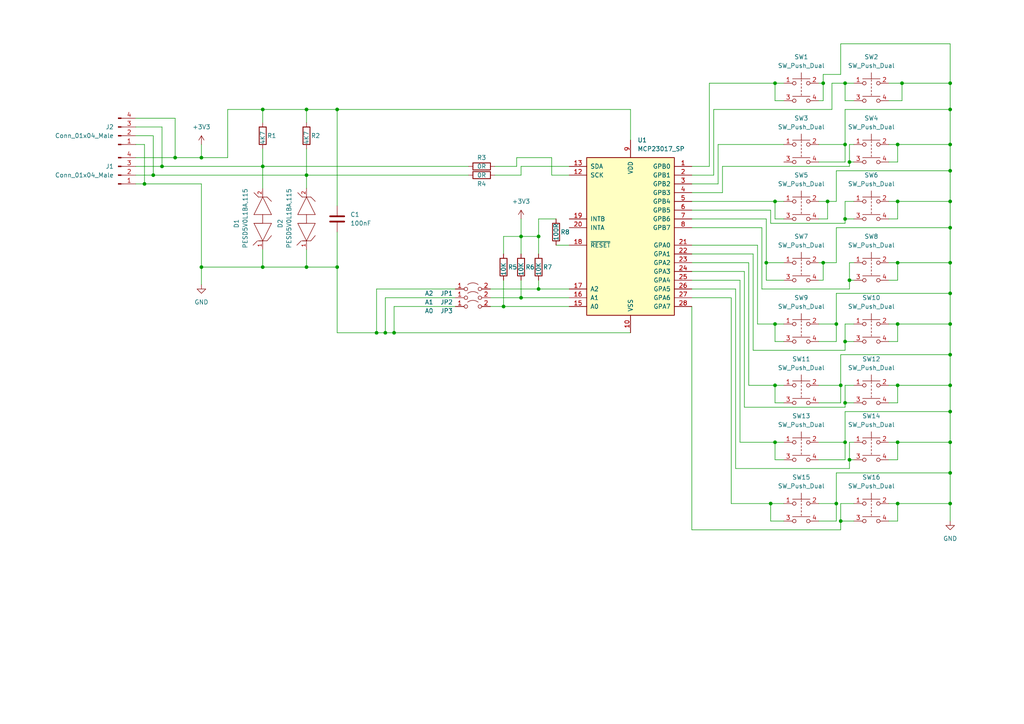
<source format=kicad_sch>
(kicad_sch (version 20211123) (generator eeschema)
  (paper "A4")
  (lib_symbols
    (symbol "Connector:Conn_01x04_Male" (pin_names (offset 1.016) hide)
      (property "Reference" "J" (at 0 5.08 0))
      (property "Value" "Conn_01x04_Male" (at 0 -7.62 0))
      (symbol "Conn_01x04_Male_1_1"
        (polyline (pts (xy 1.27 -5.08) (xy 0.8636 -5.08)) (stroke (width 0.1524)))
        (polyline (pts (xy 1.27 -2.54) (xy 0.8636 -2.54)) (stroke (width 0.1524)))
        (polyline (pts (xy 1.27 0) (xy 0.8636 0)) (stroke (width 0.1524)))
        (polyline (pts (xy 1.27 2.54) (xy 0.8636 2.54)) (stroke (width 0.1524)))
        (rectangle (start 0.8636 -4.953) (end 0 -5.207) (stroke (width 0.1524)) (fill (type outline)))
        (rectangle (start 0.8636 -2.413) (end 0 -2.667) (stroke (width 0.1524)) (fill (type outline)))
        (rectangle (start 0.8636 0.127) (end 0 -0.127) (stroke (width 0.1524)) (fill (type outline)))
        (rectangle (start 0.8636 2.667) (end 0 2.413) (stroke (width 0.1524)) (fill (type outline)))
        (pin passive line (at 5.08 2.54 180) (length 3.81) (name "Pin_1") (number "1"))
        (pin passive line (at 5.08 0 180) (length 3.81) (name "Pin_2") (number "2"))
        (pin passive line (at 5.08 -2.54 180) (length 3.81) (name "Pin_3") (number "3"))
        (pin passive line (at 5.08 -5.08 180) (length 3.81) (name "Pin_4") (number "4"))
      )
    )
    (symbol "Device:C" (pin_numbers hide) (pin_names (offset 0.254))
      (property "Reference" "C" (at 0.635 2.54 0))
      (property "Value" "C" (at 0.635 -2.54 0))
      (symbol "C_0_1"
        (polyline (pts (xy -2.032 -0.762) (xy 2.032 -0.762)) (stroke (width 0.508)))
        (polyline (pts (xy -2.032 0.762) (xy 2.032 0.762)) (stroke (width 0.508)))
      )
      (symbol "C_1_1"
        (pin passive line (at 0 3.81 270) (length 2.794) (name "~") (number "1"))
        (pin passive line (at 0 -3.81 90) (length 2.794) (name "~") (number "2"))
      )
    )
    (symbol "Device:R" (pin_numbers hide) (pin_names (offset 0))
      (property "Reference" "R" (at 2.032 0 90))
      (property "Value" "R" (at 0 0 90))
      (symbol "R_0_1"
        (rectangle (start -1.016 -2.54) (end 1.016 2.54) (stroke (width 0.254)))
      )
      (symbol "R_1_1"
        (pin passive line (at 0 3.81 270) (length 1.27) (name "~") (number "1"))
        (pin passive line (at 0 -3.81 90) (length 1.27) (name "~") (number "2"))
      )
    )
    (symbol "Interface_Expansion:MCP23017_SP" (pin_names (offset 1.016))
      (property "Reference" "U" (at -11.43 24.13 0))
      (property "Value" "MCP23017_SP" (at 0 0 0))
      (symbol "MCP23017_SP_0_1"
        (rectangle (start -12.7 22.86) (end 12.7 -22.86) (stroke (width 0.254)) (fill (type background)))
      )
      (symbol "MCP23017_SP_1_1"
        (pin bidirectional line (at 17.78 20.32 180) (length 5.08) (name "GPB0") (number "1"))
        (pin power_in line (at 0 -27.94 90) (length 5.08) (name "VSS") (number "10"))
        (pin no_connect line (at -12.7 15.24 0) (length 5.08) hide (name "NC") (number "11"))
        (pin input line (at -17.78 17.78 0) (length 5.08) (name "SCK") (number "12"))
        (pin bidirectional line (at -17.78 20.32 0) (length 5.08) (name "SDA") (number "13"))
        (pin no_connect line (at -12.7 12.7 0) (length 5.08) hide (name "NC") (number "14"))
        (pin input line (at -17.78 -20.32 0) (length 5.08) (name "A0") (number "15"))
        (pin input line (at -17.78 -17.78 0) (length 5.08) (name "A1") (number "16"))
        (pin input line (at -17.78 -15.24 0) (length 5.08) (name "A2") (number "17"))
        (pin input line (at -17.78 -2.54 0) (length 5.08) (name "~{RESET}") (number "18"))
        (pin tri_state line (at -17.78 5.08 0) (length 5.08) (name "INTB") (number "19"))
        (pin bidirectional line (at 17.78 17.78 180) (length 5.08) (name "GPB1") (number "2"))
        (pin tri_state line (at -17.78 2.54 0) (length 5.08) (name "INTA") (number "20"))
        (pin bidirectional line (at 17.78 -2.54 180) (length 5.08) (name "GPA0") (number "21"))
        (pin bidirectional line (at 17.78 -5.08 180) (length 5.08) (name "GPA1") (number "22"))
        (pin bidirectional line (at 17.78 -7.62 180) (length 5.08) (name "GPA2") (number "23"))
        (pin bidirectional line (at 17.78 -10.16 180) (length 5.08) (name "GPA3") (number "24"))
        (pin bidirectional line (at 17.78 -12.7 180) (length 5.08) (name "GPA4") (number "25"))
        (pin bidirectional line (at 17.78 -15.24 180) (length 5.08) (name "GPA5") (number "26"))
        (pin bidirectional line (at 17.78 -17.78 180) (length 5.08) (name "GPA6") (number "27"))
        (pin bidirectional line (at 17.78 -20.32 180) (length 5.08) (name "GPA7") (number "28"))
        (pin bidirectional line (at 17.78 15.24 180) (length 5.08) (name "GPB2") (number "3"))
        (pin bidirectional line (at 17.78 12.7 180) (length 5.08) (name "GPB3") (number "4"))
        (pin bidirectional line (at 17.78 10.16 180) (length 5.08) (name "GPB4") (number "5"))
        (pin bidirectional line (at 17.78 7.62 180) (length 5.08) (name "GPB5") (number "6"))
        (pin bidirectional line (at 17.78 5.08 180) (length 5.08) (name "GPB6") (number "7"))
        (pin bidirectional line (at 17.78 2.54 180) (length 5.08) (name "GPB7") (number "8"))
        (pin power_in line (at 0 27.94 270) (length 5.08) (name "VDD") (number "9"))
      )
    )
    (symbol "Jumper:Jumper_2_Open" (pin_names (offset 0) hide)
      (property "Reference" "JP" (at 0 2.794 0))
      (property "Value" "Jumper_2_Open" (at 0 -2.286 0))
      (symbol "Jumper_2_Open_0_0"
        (circle (center -2.032 0) (radius 0.508))
        (circle (center 2.032 0) (radius 0.508))
      )
      (symbol "Jumper_2_Open_0_1"
        (arc (start 1.524 1.27) (mid 0 1.778) (end -1.524 1.27))
      )
      (symbol "Jumper_2_Open_1_1"
        (pin passive line (at -5.08 0 0) (length 2.54) (name "A") (number "1"))
        (pin passive line (at 5.08 0 180) (length 2.54) (name "B") (number "2"))
      )
    )
    (symbol "Power_Protection_User:PESD5V0L1BA,115" (pin_names (offset 1.016))
      (property "Reference" "D" (at 0 7.62 0))
      (property "Value" "PESD5V0L1BA,115" (at 0 10.16 0))
      (symbol "PESD5V0L1BA,115_1_1"
        (polyline (pts (xy 5.08 -1.27) (xy 5.08 -1.27)))
        (polyline (pts (xy 5.08 -1.27) (xy 6.604 -2.54)))
        (polyline (pts (xy 5.08 0) (xy 5.08 1.27)))
        (polyline (pts (xy 5.08 0) (xy 10.16 2.54)))
        (polyline (pts (xy 5.08 1.27) (xy 5.08 -1.27)))
        (polyline (pts (xy 5.08 1.524) (xy 3.81 2.794)))
        (polyline (pts (xy 10.16 -2.54) (xy 5.08 0)))
        (polyline (pts (xy 10.16 0) (xy 10.16 2.54)))
        (polyline (pts (xy 10.16 2.54) (xy 10.16 -2.54)))
        (polyline (pts (xy 12.7 -2.54) (xy 17.78 0)))
        (polyline (pts (xy 12.7 0) (xy 10.16 0)))
        (polyline (pts (xy 12.7 2.54) (xy 12.7 -2.54)))
        (polyline (pts (xy 12.7 2.54) (xy 17.78 0)))
        (polyline (pts (xy 17.78 -1.27) (xy 16.51 -2.54)))
        (polyline (pts (xy 17.78 1.27) (xy 17.78 -1.27)))
        (polyline (pts (xy 17.78 1.27) (xy 19.05 2.54)))
        (pin passive line (at 2.54 0 0) (length 2.54) (name "1") (number "1"))
        (pin passive line (at 20.32 0 180) (length 2.54) (name "2") (number "2"))
      )
    )
    (symbol "Switch:SW_Push_Dual" (pin_names (offset 1.016) hide)
      (property "Reference" "SW" (at 1.27 2.54 0))
      (property "Value" "SW_Push_Dual" (at 0 -6.858 0))
      (symbol "SW_Push_Dual_0_1"
        (circle (center -2.032 -5.08) (radius 0.508))
        (circle (center -2.032 0) (radius 0.508))
        (polyline (pts (xy 0 -3.048) (xy 0 -3.556)))
        (polyline (pts (xy 0 -2.032) (xy 0 -2.54)))
        (polyline (pts (xy 0 -1.524) (xy 0 -1.016)))
        (polyline (pts (xy 0 -0.508) (xy 0 0)))
        (polyline (pts (xy 0 0.508) (xy 0 1.016)))
        (polyline (pts (xy 0 1.27) (xy 0 3.048)))
        (polyline (pts (xy 2.54 -3.81) (xy -2.54 -3.81)))
        (polyline (pts (xy 2.54 1.27) (xy -2.54 1.27)))
        (circle (center 2.032 -5.08) (radius 0.508))
        (circle (center 2.032 0) (radius 0.508))
        (pin passive line (at -5.08 0 0) (length 2.54) (name "1") (number "1"))
        (pin passive line (at 5.08 0 180) (length 2.54) (name "2") (number "2"))
        (pin passive line (at -5.08 -5.08 0) (length 2.54) (name "3") (number "3"))
        (pin passive line (at 5.08 -5.08 180) (length 2.54) (name "4") (number "4"))
      )
    )
    (symbol "power:+3V3" (power) (pin_names (offset 0))
      (property "Value" "+3V3" (at 0 3.556 0))
      (symbol "+3V3_0_1"
        (polyline (pts (xy -0.762 1.27) (xy 0 2.54)))
        (polyline (pts (xy 0 0) (xy 0 2.54)))
        (polyline (pts (xy 0 2.54) (xy 0.762 1.27)))
      )
      (symbol "+3V3_1_1"
        (pin power_in line (at 0 0 90) (length 0) hide (name "+3V3") (number "1"))
      )
    )
    (symbol "power:GND" (power) (pin_names (offset 0))
      (property "Value" "GND" (at 0 -3.81 0))
      (symbol "GND_0_1"
        (polyline (pts (xy 0 0) (xy 0 -1.27) (xy 1.27 -1.27) (xy 0 -2.54) (xy -1.27 -1.27) (xy 0 -1.27)))
      )
      (symbol "GND_1_1"
        (pin power_in line (at 0 0 270) (length 0) hide (name "GND") (number "1"))
      )
    )
  )
  (junction (at 76.2 77.47))
  (junction (at 97.79 31.75))
  (junction (at 275.59 137.16))
  (junction (at 275.59 49.53))
  (junction (at 223.52 146.05))
  (junction (at 76.2 31.75))
  (junction (at 275.59 102.87))
  (junction (at 245.11 128.27))
  (junction (at 245.11 24.13))
  (junction (at 224.79 128.27))
  (junction (at 275.59 146.05))
  (junction (at 246.38 81.28))
  (junction (at 109.22 96.52))
  (junction (at 88.9 77.47))
  (junction (at 88.9 50.8))
  (junction (at 275.59 85.09))
  (junction (at 224.79 58.42))
  (junction (at 275.59 41.91))
  (junction (at 260.35 58.42))
  (junction (at 275.59 58.42))
  (junction (at 260.35 146.05))
  (junction (at 146.05 88.9))
  (junction (at 44.45 50.8))
  (junction (at 224.79 111.76))
  (junction (at 58.42 45.72))
  (junction (at 245.11 116.84))
  (junction (at 46.99 48.26))
  (junction (at 275.59 24.13))
  (junction (at 260.35 76.2))
  (junction (at 41.91 53.34))
  (junction (at 275.59 119.38))
  (junction (at 260.35 128.27))
  (junction (at 224.79 93.98))
  (junction (at 245.11 63.5))
  (junction (at 97.79 77.47))
  (junction (at 275.59 66.04))
  (junction (at 240.03 58.42))
  (junction (at 242.57 93.98))
  (junction (at 260.35 93.98))
  (junction (at 275.59 93.98))
  (junction (at 114.3 96.52))
  (junction (at 238.76 76.2))
  (junction (at 88.9 31.75))
  (junction (at 275.59 31.75))
  (junction (at 76.2 48.26))
  (junction (at 245.11 99.06))
  (junction (at 156.21 68.58))
  (junction (at 243.84 111.76))
  (junction (at 275.59 111.76))
  (junction (at 156.21 83.82))
  (junction (at 260.35 41.91))
  (junction (at 245.11 41.91))
  (junction (at 246.38 46.99))
  (junction (at 58.42 77.47))
  (junction (at 242.57 146.05))
  (junction (at 243.84 151.13))
  (junction (at 275.59 76.2))
  (junction (at 50.8 45.72))
  (junction (at 222.25 76.2))
  (junction (at 275.59 128.27))
  (junction (at 111.76 96.52))
  (junction (at 260.35 111.76))
  (junction (at 151.13 68.58))
  (junction (at 224.79 24.13))
  (junction (at 238.76 24.13))
  (junction (at 261.62 24.13))
  (junction (at 246.38 133.35))
  (junction (at 151.13 86.36))
  (wire (pts (xy 275.59 146.05) (xy 275.59 151.13)))
  (wire (pts (xy 237.49 128.27) (xy 245.11 128.27)))
  (wire (pts (xy 238.76 24.13) (xy 238.76 21.59)))
  (wire (pts (xy 222.25 81.28) (xy 222.25 76.2)))
  (wire (pts (xy 149.86 45.72) (xy 160.02 45.72)))
  (wire (pts (xy 76.2 35.56) (xy 76.2 31.75)))
  (wire (pts (xy 114.3 88.9) (xy 114.3 96.52)))
  (wire (pts (xy 146.05 68.58) (xy 151.13 68.58)))
  (wire (pts (xy 132.08 88.9) (xy 114.3 88.9)))
  (wire (pts (xy 260.35 111.76) (xy 275.59 111.76)))
  (wire (pts (xy 165.1 83.82) (xy 156.21 83.82)))
  (wire (pts (xy 58.42 77.47) (xy 58.42 82.55)))
  (wire (pts (xy 142.24 86.36) (xy 151.13 86.36)))
  (wire (pts (xy 260.35 46.99) (xy 260.35 41.91)))
  (wire (pts (xy 237.49 99.06) (xy 242.57 99.06)))
  (wire (pts (xy 227.33 146.05) (xy 223.52 146.05)))
  (wire (pts (xy 245.11 99.06) (xy 247.65 99.06)))
  (wire (pts (xy 182.88 96.52) (xy 114.3 96.52)))
  (wire (pts (xy 58.42 77.47) (xy 76.2 77.47)))
  (wire (pts (xy 242.57 58.42) (xy 242.57 49.53)))
  (wire (pts (xy 114.3 96.52) (xy 111.76 96.52)))
  (wire (pts (xy 66.04 45.72) (xy 58.42 45.72)))
  (wire (pts (xy 257.81 93.98) (xy 260.35 93.98)))
  (wire (pts (xy 227.33 151.13) (xy 223.52 151.13)))
  (wire (pts (xy 146.05 88.9) (xy 146.05 81.28)))
  (wire (pts (xy 275.59 111.76) (xy 275.59 119.38)))
  (wire (pts (xy 227.33 99.06) (xy 224.79 99.06)))
  (wire (pts (xy 245.11 63.5) (xy 247.65 63.5)))
  (wire (pts (xy 245.11 128.27) (xy 245.11 119.38)))
  (wire (pts (xy 227.33 128.27) (xy 224.79 128.27)))
  (wire (pts (xy 200.66 48.26) (xy 205.74 48.26)))
  (wire (pts (xy 260.35 116.84) (xy 260.35 111.76)))
  (wire (pts (xy 237.49 76.2) (xy 238.76 76.2)))
  (wire (pts (xy 260.35 99.06) (xy 260.35 93.98)))
  (wire (pts (xy 237.49 41.91) (xy 245.11 41.91)))
  (wire (pts (xy 142.24 83.82) (xy 156.21 83.82)))
  (wire (pts (xy 240.03 58.42) (xy 242.57 58.42)))
  (wire (pts (xy 213.36 83.82) (xy 213.36 135.89)))
  (wire (pts (xy 143.51 48.26) (xy 149.86 48.26)))
  (wire (pts (xy 237.49 29.21) (xy 238.76 29.21)))
  (wire (pts (xy 223.52 146.05) (xy 212.09 146.05)))
  (wire (pts (xy 76.2 48.26) (xy 76.2 54.61)))
  (wire (pts (xy 247.65 29.21) (xy 245.11 29.21)))
  (wire (pts (xy 218.44 73.66) (xy 218.44 101.6)))
  (wire (pts (xy 242.57 49.53) (xy 275.59 49.53)))
  (wire (pts (xy 97.79 67.31) (xy 97.79 77.47)))
  (wire (pts (xy 76.2 43.18) (xy 76.2 48.26)))
  (wire (pts (xy 39.37 48.26) (xy 46.99 48.26)))
  (wire (pts (xy 200.66 71.12) (xy 219.71 71.12)))
  (wire (pts (xy 44.45 39.37) (xy 44.45 50.8)))
  (wire (pts (xy 242.57 93.98) (xy 242.57 85.09)))
  (wire (pts (xy 257.81 151.13) (xy 260.35 151.13)))
  (wire (pts (xy 243.84 12.7) (xy 275.59 12.7)))
  (wire (pts (xy 260.35 133.35) (xy 260.35 128.27)))
  (wire (pts (xy 245.11 101.6) (xy 245.11 99.06)))
  (wire (pts (xy 243.84 111.76) (xy 243.84 102.87)))
  (wire (pts (xy 275.59 58.42) (xy 275.59 66.04)))
  (wire (pts (xy 247.65 93.98) (xy 245.11 93.98)))
  (wire (pts (xy 111.76 96.52) (xy 109.22 96.52)))
  (wire (pts (xy 275.59 66.04) (xy 275.59 76.2)))
  (wire (pts (xy 76.2 31.75) (xy 66.04 31.75)))
  (wire (pts (xy 88.9 31.75) (xy 76.2 31.75)))
  (wire (pts (xy 97.79 96.52) (xy 97.79 77.47)))
  (wire (pts (xy 217.17 76.2) (xy 217.17 111.76)))
  (wire (pts (xy 245.11 31.75) (xy 275.59 31.75)))
  (wire (pts (xy 151.13 68.58) (xy 151.13 73.66)))
  (wire (pts (xy 200.66 78.74) (xy 215.9 78.74)))
  (wire (pts (xy 242.57 85.09) (xy 275.59 85.09)))
  (wire (pts (xy 261.62 24.13) (xy 275.59 24.13)))
  (wire (pts (xy 243.84 146.05) (xy 243.84 151.13)))
  (wire (pts (xy 246.38 48.26) (xy 246.38 46.99)))
  (wire (pts (xy 50.8 45.72) (xy 58.42 45.72)))
  (wire (pts (xy 260.35 146.05) (xy 275.59 146.05)))
  (wire (pts (xy 242.57 137.16) (xy 275.59 137.16)))
  (wire (pts (xy 260.35 41.91) (xy 275.59 41.91)))
  (wire (pts (xy 238.76 81.28) (xy 238.76 76.2)))
  (wire (pts (xy 275.59 24.13) (xy 275.59 31.75)))
  (wire (pts (xy 275.59 76.2) (xy 275.59 85.09)))
  (wire (pts (xy 245.11 63.5) (xy 245.11 58.42)))
  (wire (pts (xy 241.3 31.75) (xy 207.01 31.75)))
  (wire (pts (xy 245.11 41.91) (xy 245.11 31.75)))
  (wire (pts (xy 151.13 68.58) (xy 156.21 68.58)))
  (wire (pts (xy 217.17 111.76) (xy 224.79 111.76)))
  (wire (pts (xy 237.49 81.28) (xy 238.76 81.28)))
  (wire (pts (xy 46.99 48.26) (xy 76.2 48.26)))
  (wire (pts (xy 215.9 78.74) (xy 215.9 118.11)))
  (wire (pts (xy 223.52 60.96) (xy 223.52 64.77)))
  (wire (pts (xy 245.11 116.84) (xy 247.65 116.84)))
  (wire (pts (xy 245.11 58.42) (xy 247.65 58.42)))
  (wire (pts (xy 219.71 93.98) (xy 224.79 93.98)))
  (wire (pts (xy 227.33 41.91) (xy 208.28 41.91)))
  (wire (pts (xy 237.49 133.35) (xy 245.11 133.35)))
  (wire (pts (xy 238.76 76.2) (xy 242.57 76.2)))
  (wire (pts (xy 246.38 135.89) (xy 246.38 133.35)))
  (wire (pts (xy 257.81 76.2) (xy 260.35 76.2)))
  (wire (pts (xy 200.66 60.96) (xy 223.52 60.96)))
  (wire (pts (xy 237.49 58.42) (xy 240.03 58.42)))
  (wire (pts (xy 151.13 63.5) (xy 151.13 68.58)))
  (wire (pts (xy 257.81 116.84) (xy 260.35 116.84)))
  (wire (pts (xy 237.49 46.99) (xy 245.11 46.99)))
  (wire (pts (xy 46.99 36.83) (xy 46.99 48.26)))
  (wire (pts (xy 132.08 86.36) (xy 111.76 86.36)))
  (wire (pts (xy 247.65 24.13) (xy 245.11 24.13)))
  (wire (pts (xy 212.09 146.05) (xy 212.09 86.36)))
  (wire (pts (xy 215.9 118.11) (xy 245.11 118.11)))
  (wire (pts (xy 224.79 133.35) (xy 224.79 128.27)))
  (wire (pts (xy 200.66 58.42) (xy 224.79 58.42)))
  (wire (pts (xy 149.86 48.26) (xy 149.86 45.72)))
  (wire (pts (xy 275.59 31.75) (xy 275.59 41.91)))
  (wire (pts (xy 245.11 119.38) (xy 275.59 119.38)))
  (wire (pts (xy 257.81 58.42) (xy 260.35 58.42)))
  (wire (pts (xy 200.66 73.66) (xy 218.44 73.66)))
  (wire (pts (xy 227.33 63.5) (xy 224.79 63.5)))
  (wire (pts (xy 257.81 146.05) (xy 260.35 146.05)))
  (wire (pts (xy 109.22 96.52) (xy 97.79 96.52)))
  (wire (pts (xy 245.11 111.76) (xy 245.11 116.84)))
  (wire (pts (xy 245.11 64.77) (xy 245.11 63.5)))
  (wire (pts (xy 246.38 46.99) (xy 247.65 46.99)))
  (wire (pts (xy 39.37 41.91) (xy 41.91 41.91)))
  (wire (pts (xy 224.79 111.76) (xy 227.33 111.76)))
  (wire (pts (xy 242.57 76.2) (xy 242.57 66.04)))
  (wire (pts (xy 257.81 133.35) (xy 260.35 133.35)))
  (wire (pts (xy 161.29 63.5) (xy 156.21 63.5)))
  (wire (pts (xy 50.8 34.29) (xy 50.8 45.72)))
  (wire (pts (xy 224.79 29.21) (xy 224.79 24.13)))
  (wire (pts (xy 257.81 99.06) (xy 260.35 99.06)))
  (wire (pts (xy 237.49 116.84) (xy 243.84 116.84)))
  (wire (pts (xy 109.22 83.82) (xy 109.22 96.52)))
  (wire (pts (xy 213.36 135.89) (xy 246.38 135.89)))
  (wire (pts (xy 243.84 151.13) (xy 247.65 151.13)))
  (wire (pts (xy 260.35 81.28) (xy 260.35 76.2)))
  (wire (pts (xy 275.59 119.38) (xy 275.59 128.27)))
  (wire (pts (xy 39.37 53.34) (xy 41.91 53.34)))
  (wire (pts (xy 224.79 93.98) (xy 227.33 93.98)))
  (wire (pts (xy 214.63 81.28) (xy 200.66 81.28)))
  (wire (pts (xy 200.66 153.67) (xy 243.84 153.67)))
  (wire (pts (xy 247.65 111.76) (xy 245.11 111.76)))
  (wire (pts (xy 260.35 63.5) (xy 260.35 58.42)))
  (wire (pts (xy 219.71 71.12) (xy 219.71 93.98)))
  (wire (pts (xy 245.11 118.11) (xy 245.11 116.84)))
  (wire (pts (xy 222.25 76.2) (xy 227.33 76.2)))
  (wire (pts (xy 275.59 12.7) (xy 275.59 24.13)))
  (wire (pts (xy 227.33 29.21) (xy 224.79 29.21)))
  (wire (pts (xy 246.38 81.28) (xy 247.65 81.28)))
  (wire (pts (xy 209.55 48.26) (xy 246.38 48.26)))
  (wire (pts (xy 205.74 48.26) (xy 205.74 24.13)))
  (wire (pts (xy 275.59 128.27) (xy 275.59 137.16)))
  (wire (pts (xy 275.59 102.87) (xy 275.59 111.76)))
  (wire (pts (xy 76.2 72.39) (xy 76.2 77.47)))
  (wire (pts (xy 88.9 43.18) (xy 88.9 50.8)))
  (wire (pts (xy 237.49 93.98) (xy 242.57 93.98)))
  (wire (pts (xy 200.66 76.2) (xy 217.17 76.2)))
  (wire (pts (xy 260.35 93.98) (xy 275.59 93.98)))
  (wire (pts (xy 97.79 31.75) (xy 88.9 31.75)))
  (wire (pts (xy 156.21 63.5) (xy 156.21 68.58)))
  (wire (pts (xy 238.76 21.59) (xy 243.84 21.59)))
  (wire (pts (xy 245.11 46.99) (xy 245.11 41.91)))
  (wire (pts (xy 257.81 29.21) (xy 261.62 29.21)))
  (wire (pts (xy 41.91 41.91) (xy 41.91 53.34)))
  (wire (pts (xy 182.88 31.75) (xy 97.79 31.75)))
  (wire (pts (xy 227.33 116.84) (xy 224.79 116.84)))
  (wire (pts (xy 257.81 24.13) (xy 261.62 24.13)))
  (wire (pts (xy 160.02 45.72) (xy 160.02 50.8)))
  (wire (pts (xy 261.62 29.21) (xy 261.62 24.13)))
  (wire (pts (xy 146.05 73.66) (xy 146.05 68.58)))
  (wire (pts (xy 88.9 35.56) (xy 88.9 31.75)))
  (wire (pts (xy 223.52 64.77) (xy 245.11 64.77)))
  (wire (pts (xy 242.57 66.04) (xy 275.59 66.04)))
  (wire (pts (xy 242.57 151.13) (xy 242.57 146.05)))
  (wire (pts (xy 156.21 83.82) (xy 156.21 81.28)))
  (wire (pts (xy 161.29 71.12) (xy 165.1 71.12)))
  (wire (pts (xy 156.21 68.58) (xy 156.21 73.66)))
  (wire (pts (xy 160.02 50.8) (xy 165.1 50.8)))
  (wire (pts (xy 212.09 86.36) (xy 200.66 86.36)))
  (wire (pts (xy 238.76 29.21) (xy 238.76 24.13)))
  (wire (pts (xy 88.9 50.8) (xy 88.9 54.61)))
  (wire (pts (xy 247.65 146.05) (xy 243.84 146.05)))
  (wire (pts (xy 200.66 55.88) (xy 209.55 55.88)))
  (wire (pts (xy 224.79 116.84) (xy 224.79 111.76)))
  (wire (pts (xy 214.63 128.27) (xy 214.63 81.28)))
  (wire (pts (xy 224.79 58.42) (xy 227.33 58.42)))
  (wire (pts (xy 165.1 88.9) (xy 146.05 88.9)))
  (wire (pts (xy 237.49 146.05) (xy 242.57 146.05)))
  (wire (pts (xy 257.81 46.99) (xy 260.35 46.99)))
  (wire (pts (xy 243.84 153.67) (xy 243.84 151.13)))
  (wire (pts (xy 76.2 48.26) (xy 135.89 48.26)))
  (wire (pts (xy 205.74 24.13) (xy 224.79 24.13)))
  (wire (pts (xy 151.13 50.8) (xy 151.13 48.26)))
  (wire (pts (xy 238.76 24.13) (xy 237.49 24.13)))
  (wire (pts (xy 237.49 111.76) (xy 243.84 111.76)))
  (wire (pts (xy 243.84 102.87) (xy 275.59 102.87)))
  (wire (pts (xy 275.59 93.98) (xy 275.59 102.87)))
  (wire (pts (xy 227.33 81.28) (xy 222.25 81.28)))
  (wire (pts (xy 247.65 128.27) (xy 246.38 128.27)))
  (wire (pts (xy 220.98 83.82) (xy 246.38 83.82)))
  (wire (pts (xy 224.79 128.27) (xy 214.63 128.27)))
  (wire (pts (xy 165.1 86.36) (xy 151.13 86.36)))
  (wire (pts (xy 243.84 21.59) (xy 243.84 12.7)))
  (wire (pts (xy 257.81 81.28) (xy 260.35 81.28)))
  (wire (pts (xy 275.59 85.09) (xy 275.59 93.98)))
  (wire (pts (xy 39.37 36.83) (xy 46.99 36.83)))
  (wire (pts (xy 200.66 83.82) (xy 213.36 83.82)))
  (wire (pts (xy 260.35 128.27) (xy 275.59 128.27)))
  (wire (pts (xy 151.13 48.26) (xy 165.1 48.26)))
  (wire (pts (xy 242.57 99.06) (xy 242.57 93.98)))
  (wire (pts (xy 246.38 133.35) (xy 247.65 133.35)))
  (wire (pts (xy 39.37 50.8) (xy 44.45 50.8)))
  (wire (pts (xy 88.9 72.39) (xy 88.9 77.47)))
  (wire (pts (xy 246.38 83.82) (xy 246.38 81.28)))
  (wire (pts (xy 245.11 93.98) (xy 245.11 99.06)))
  (wire (pts (xy 246.38 41.91) (xy 247.65 41.91)))
  (wire (pts (xy 143.51 50.8) (xy 151.13 50.8)))
  (wire (pts (xy 245.11 133.35) (xy 245.11 128.27)))
  (wire (pts (xy 246.38 128.27) (xy 246.38 133.35)))
  (wire (pts (xy 207.01 50.8) (xy 200.66 50.8)))
  (wire (pts (xy 208.28 41.91) (xy 208.28 53.34)))
  (wire (pts (xy 224.79 63.5) (xy 224.79 58.42)))
  (wire (pts (xy 237.49 151.13) (xy 242.57 151.13)))
  (wire (pts (xy 275.59 49.53) (xy 275.59 58.42)))
  (wire (pts (xy 243.84 116.84) (xy 243.84 111.76)))
  (wire (pts (xy 88.9 50.8) (xy 135.89 50.8)))
  (wire (pts (xy 275.59 41.91) (xy 275.59 49.53)))
  (wire (pts (xy 151.13 86.36) (xy 151.13 81.28)))
  (wire (pts (xy 97.79 31.75) (xy 97.79 59.69)))
  (wire (pts (xy 209.55 55.88) (xy 209.55 48.26)))
  (wire (pts (xy 44.45 50.8) (xy 88.9 50.8)))
  (wire (pts (xy 227.33 133.35) (xy 224.79 133.35)))
  (wire (pts (xy 200.66 88.9) (xy 200.66 153.67)))
  (wire (pts (xy 247.65 76.2) (xy 246.38 76.2)))
  (wire (pts (xy 200.66 63.5) (xy 222.25 63.5)))
  (wire (pts (xy 182.88 40.64) (xy 182.88 31.75)))
  (wire (pts (xy 257.81 111.76) (xy 260.35 111.76)))
  (wire (pts (xy 218.44 101.6) (xy 245.11 101.6)))
  (wire (pts (xy 97.79 77.47) (xy 88.9 77.47)))
  (wire (pts (xy 260.35 76.2) (xy 275.59 76.2)))
  (wire (pts (xy 237.49 63.5) (xy 240.03 63.5)))
  (wire (pts (xy 275.59 137.16) (xy 275.59 146.05)))
  (wire (pts (xy 257.81 128.27) (xy 260.35 128.27)))
  (wire (pts (xy 58.42 45.72) (xy 58.42 41.91)))
  (wire (pts (xy 200.66 66.04) (xy 220.98 66.04)))
  (wire (pts (xy 242.57 146.05) (xy 242.57 137.16)))
  (wire (pts (xy 246.38 76.2) (xy 246.38 81.28)))
  (wire (pts (xy 88.9 77.47) (xy 76.2 77.47)))
  (wire (pts (xy 39.37 45.72) (xy 50.8 45.72)))
  (wire (pts (xy 208.28 53.34) (xy 200.66 53.34)))
  (wire (pts (xy 245.11 24.13) (xy 245.11 29.21)))
  (wire (pts (xy 39.37 39.37) (xy 44.45 39.37)))
  (wire (pts (xy 224.79 99.06) (xy 224.79 93.98)))
  (wire (pts (xy 222.25 63.5) (xy 222.25 76.2)))
  (wire (pts (xy 241.3 24.13) (xy 241.3 31.75)))
  (wire (pts (xy 224.79 24.13) (xy 227.33 24.13)))
  (wire (pts (xy 257.81 41.91) (xy 260.35 41.91)))
  (wire (pts (xy 257.81 63.5) (xy 260.35 63.5)))
  (wire (pts (xy 41.91 53.34) (xy 58.42 53.34)))
  (wire (pts (xy 66.04 31.75) (xy 66.04 45.72)))
  (wire (pts (xy 142.24 88.9) (xy 146.05 88.9)))
  (wire (pts (xy 132.08 83.82) (xy 109.22 83.82)))
  (wire (pts (xy 111.76 86.36) (xy 111.76 96.52)))
  (wire (pts (xy 58.42 53.34) (xy 58.42 77.47)))
  (wire (pts (xy 245.11 24.13) (xy 241.3 24.13)))
  (wire (pts (xy 207.01 31.75) (xy 207.01 50.8)))
  (wire (pts (xy 240.03 63.5) (xy 240.03 58.42)))
  (wire (pts (xy 39.37 34.29) (xy 50.8 34.29)))
  (wire (pts (xy 246.38 46.99) (xy 246.38 41.91)))
  (wire (pts (xy 220.98 66.04) (xy 220.98 83.82)))
  (wire (pts (xy 260.35 151.13) (xy 260.35 146.05)))
  (wire (pts (xy 223.52 151.13) (xy 223.52 146.05)))
  (wire (pts (xy 260.35 58.42) (xy 275.59 58.42)))
  (symbol (lib_id "Switch:SW_Push_Dual") (at 232.41 58.42 0) (unit 1)
    (property "Reference" "SW5" (at 232.41 50.8 0))
    (property "Value" "SW_Push_Dual" (at 232.41 53.34 0))
    (property "Footprint" "Button_Switch_THT:SW_PUSH-12mm" (effects hide))
  )
  (symbol (lib_id "power:GND") (at 275.59 151.13 0) (unit 1)
    (property "Reference" "#PWR04" (effects hide))
    (property "Value" "GND" (at 275.59 156.21 0))
  )
  (symbol (lib_id "Switch:SW_Push_Dual") (at 252.73 146.05 0) (unit 1)
    (property "Reference" "SW16" (at 252.73 138.43 0))
    (property "Value" "SW_Push_Dual" (at 252.73 140.97 0))
    (property "Footprint" "Button_Switch_THT:SW_PUSH-12mm" (effects hide))
  )
  (symbol (lib_id "Switch:SW_Push_Dual") (at 252.73 111.76 0) (unit 1)
    (property "Reference" "SW12" (at 252.73 104.14 0))
    (property "Value" "SW_Push_Dual" (at 252.73 106.68 0))
    (property "Footprint" "Button_Switch_THT:SW_PUSH-12mm" (effects hide))
  )
  (symbol (lib_id "Device:R") (at 76.2 39.37 0) (unit 1)
    (property "Reference" "R1" (at 77.47 39.37 0) (effects (justify left)))
    (property "Value" "4K7" (at 76.2 41.91 90) (effects (justify left)))
    (property "Footprint" "Resistor_SMD:R_0805_2012Metric_Pad1.20x1.40mm_HandSolder" (effects hide))
  )
  (symbol (lib_id "Device:R") (at 139.7 48.26 270) (unit 1)
    (property "Reference" "R3" (at 139.7 45.72 90))
    (property "Value" "0R" (at 139.7 48.26 90))
    (property "Footprint" "Resistor_SMD:R_0805_2012Metric_Pad1.20x1.40mm_HandSolder" (effects hide))
  )
  (symbol (lib_id "Switch:SW_Push_Dual") (at 252.73 128.27 0) (unit 1)
    (property "Reference" "SW14" (at 252.73 120.65 0))
    (property "Value" "SW_Push_Dual" (at 252.73 123.19 0))
    (property "Footprint" "Button_Switch_THT:SW_PUSH-12mm" (effects hide))
  )
  (symbol (lib_id "Device:R") (at 161.29 67.31 0) (unit 1)
    (property "Reference" "R8" (at 162.56 67.31 0) (effects (justify left)))
    (property "Value" "100R" (at 161.29 69.85 90) (effects (justify left)))
    (property "Footprint" "Resistor_SMD:R_0805_2012Metric_Pad1.20x1.40mm_HandSolder" (effects hide))
  )
  (symbol (lib_id "Jumper:Jumper_2_Open") (at 137.16 83.82 0) (unit 1)
    (property "Reference" "JP1" (at 129.54 85.09 0))
    (property "Value" "A2" (at 124.46 85.09 0))
    (property "Footprint" "Jumper:SolderJumper-2_P1.3mm_Open_TrianglePad1.0x1.5mm" (effects hide))
  )
  (symbol (lib_id "Power_Protection_User:PESD5V0L1BA,115") (at 88.9 74.93 90) (unit 1)
    (property "Reference" "D2" (at 81.28 63.5 0) (effects (justify right)))
    (property "Value" "PESD5V0L1BA,115" (at 83.82 54.61 0) (effects (justify right)))
    (property "Footprint" "Power_Protection_User:Nexperia-SOD323-09_04_2018-0-0" (effects hide))
    (property "Datasheet" "https://assets.nexperia.com/documents/data-sheet/PESDXL1BA_SER.pdf" (effects hide))
    (property "ambient temperature range high" "+150°C" (effects hide))
    (property "ambient temperature range low" "-65°C" (effects hide))
    (property "breakdown voltage" "7.6V" (effects hide))
    (property "capacitance" "75pF" (effects hide))
    (property "category" "Diode" (effects hide))
    (property "clamping voltage" "33V" (effects hide))
    (property "device class L1" "Circuit Protection" (effects hide))
    (property "device class L2" "TVS Diodes" (effects hide))
    (property "device class L3" "unset" (effects hide))
    (property "digikey description" "TVS DIODE 5V 33V SOD323" (effects hide))
    (property "digikey part number" "1727-3833-1-ND" (effects hide))
    (property "direction" "Bidirectional" (effects hide))
    (property "footprint url" "https://assets.nexperia.com/documents/outline-drawing/SOD323.pdf" (effects hide))
    (property "height" "1.1mm" (effects hide))
    (property "lead free" "yes" (effects hide))
    (property "library id" "fe0a3283191a191f" (effects hide))
    (property "manufacturer" "Nexperia" (effects hide))
    (property "max junction temp" "+150°C" (effects hide))
    (property "mouser part number" "771-PESD5V0L1BA-T/R" (effects hide))
    (property "number of channels" "1" (effects hide))
    (property "package" "SOD323" (effects hide))
    (property "peak pulse current" "15A" (effects hide))
    (property "reverse standoff voltage" "5V" (effects hide))
    (property "rohs" "yes" (effects hide))
    (property "standoff height" "0.05mm" (effects hide))
  )
  (symbol (lib_id "Switch:SW_Push_Dual") (at 252.73 41.91 0) (unit 1)
    (property "Reference" "SW4" (at 252.73 34.29 0))
    (property "Value" "SW_Push_Dual" (at 252.73 36.83 0))
    (property "Footprint" "Button_Switch_THT:SW_PUSH-12mm" (effects hide))
  )
  (symbol (lib_id "Jumper:Jumper_2_Open") (at 137.16 88.9 0) (unit 1)
    (property "Reference" "JP3" (at 129.54 90.17 0))
    (property "Value" "A0" (at 124.46 90.17 0))
    (property "Footprint" "Jumper:SolderJumper-2_P1.3mm_Open_TrianglePad1.0x1.5mm" (effects hide))
  )
  (symbol (lib_id "Switch:SW_Push_Dual") (at 232.41 24.13 0) (unit 1)
    (property "Reference" "SW1" (at 232.41 16.51 0))
    (property "Value" "SW_Push_Dual" (at 232.41 19.05 0))
    (property "Footprint" "Button_Switch_THT:SW_PUSH-12mm" (effects hide))
  )
  (symbol (lib_id "Switch:SW_Push_Dual") (at 232.41 111.76 0) (unit 1)
    (property "Reference" "SW11" (at 232.41 104.14 0))
    (property "Value" "SW_Push_Dual" (at 232.41 106.68 0))
    (property "Footprint" "Button_Switch_THT:SW_PUSH-12mm" (effects hide))
  )
  (symbol (lib_id "power:+3V3") (at 58.42 41.91 0) (unit 1)
    (property "Reference" "#PWR01" (effects hide))
    (property "Value" "+3V3" (at 58.42 36.83 0))
  )
  (symbol (lib_id "Switch:SW_Push_Dual") (at 252.73 24.13 0) (unit 1)
    (property "Reference" "SW2" (at 252.73 16.51 0))
    (property "Value" "SW_Push_Dual" (at 252.73 19.05 0))
    (property "Footprint" "Button_Switch_THT:SW_PUSH-12mm" (effects hide))
  )
  (symbol (lib_id "Switch:SW_Push_Dual") (at 252.73 76.2 0) (unit 1)
    (property "Reference" "SW8" (at 252.73 68.58 0))
    (property "Value" "SW_Push_Dual" (at 252.73 71.12 0))
    (property "Footprint" "Button_Switch_THT:SW_PUSH-12mm" (effects hide))
  )
  (symbol (lib_id "Switch:SW_Push_Dual") (at 232.41 146.05 0) (unit 1)
    (property "Reference" "SW15" (at 232.41 138.43 0))
    (property "Value" "SW_Push_Dual" (at 232.41 140.97 0))
    (property "Footprint" "Button_Switch_THT:SW_PUSH-12mm" (effects hide))
  )
  (symbol (lib_id "Jumper:Jumper_2_Open") (at 137.16 86.36 0) (unit 1)
    (property "Reference" "JP2" (at 129.54 87.63 0))
    (property "Value" "A1" (at 124.46 87.63 0))
    (property "Footprint" "Jumper:SolderJumper-2_P1.3mm_Open_TrianglePad1.0x1.5mm" (effects hide))
  )
  (symbol (lib_id "Connector:Conn_01x04_Male") (at 34.29 50.8 0) (mirror x) (unit 1)
    (property "Reference" "J1" (at 33.02 48.2599 0) (effects (justify right)))
    (property "Value" "Conn_01x04_Male" (at 33.02 50.7999 0) (effects (justify right)))
    (property "Footprint" "Connector_JST:JST_XH_B4B-XH-A_1x04_P2.50mm_Vertical" (effects hide))
  )
  (symbol (lib_id "Device:R") (at 151.13 77.47 0) (unit 1)
    (property "Reference" "R6" (at 152.4 77.47 0) (effects (justify left)))
    (property "Value" "10K" (at 151.13 80.01 90) (effects (justify left)))
    (property "Footprint" "Resistor_SMD:R_0805_2012Metric_Pad1.20x1.40mm_HandSolder" (effects hide))
  )
  (symbol (lib_id "Switch:SW_Push_Dual") (at 232.41 93.98 0) (unit 1)
    (property "Reference" "SW9" (at 232.41 86.36 0))
    (property "Value" "SW_Push_Dual" (at 232.41 88.9 0))
    (property "Footprint" "Button_Switch_THT:SW_PUSH-12mm" (effects hide))
  )
  (symbol (lib_id "Switch:SW_Push_Dual") (at 232.41 41.91 0) (unit 1)
    (property "Reference" "SW3" (at 232.41 34.29 0))
    (property "Value" "SW_Push_Dual" (at 232.41 36.83 0))
    (property "Footprint" "Button_Switch_THT:SW_PUSH-12mm" (effects hide))
  )
  (symbol (lib_id "Device:R") (at 146.05 77.47 0) (unit 1)
    (property "Reference" "R5" (at 147.32 77.47 0) (effects (justify left)))
    (property "Value" "10K" (at 146.05 80.01 90) (effects (justify left)))
    (property "Footprint" "Resistor_SMD:R_0805_2012Metric_Pad1.20x1.40mm_HandSolder" (effects hide))
  )
  (symbol (lib_id "Switch:SW_Push_Dual") (at 232.41 128.27 0) (unit 1)
    (property "Reference" "SW13" (at 232.41 120.65 0))
    (property "Value" "SW_Push_Dual" (at 232.41 123.19 0))
    (property "Footprint" "Button_Switch_THT:SW_PUSH-12mm" (effects hide))
  )
  (symbol (lib_id "Interface_Expansion:MCP23017_SP") (at 182.88 68.58 0) (unit 1)
    (property "Reference" "U1" (at 184.8994 40.64 0) (effects (justify left)))
    (property "Value" "MCP23017_SP" (at 184.8994 43.18 0) (effects (justify left)))
    (property "Footprint" "Package_DIP:DIP-28_W7.62mm" (effects hide))
    (property "Datasheet" "http://ww1.microchip.com/downloads/en/DeviceDoc/20001952C.pdf" (effects hide))
  )
  (symbol (lib_id "Device:C") (at 97.79 63.5 0) (unit 1)
    (property "Reference" "C1" (at 101.6 62.2299 0) (effects (justify left)))
    (property "Value" "100nF" (at 101.6 64.7699 0) (effects (justify left)))
    (property "Footprint" "Capacitor_SMD:C_0805_2012Metric_Pad1.18x1.45mm_HandSolder" (effects hide))
  )
  (symbol (lib_id "power:+3V3") (at 151.13 63.5 0) (unit 1)
    (property "Reference" "#PWR03" (effects hide))
    (property "Value" "+3V3" (at 151.13 58.42 0))
  )
  (symbol (lib_id "Switch:SW_Push_Dual") (at 252.73 58.42 0) (unit 1)
    (property "Reference" "SW6" (at 252.73 50.8 0))
    (property "Value" "SW_Push_Dual" (at 252.73 53.34 0))
    (property "Footprint" "Button_Switch_THT:SW_PUSH-12mm" (effects hide))
  )
  (symbol (lib_id "Device:R") (at 156.21 77.47 0) (unit 1)
    (property "Reference" "R7" (at 157.48 77.47 0) (effects (justify left)))
    (property "Value" "10K" (at 156.21 80.01 90) (effects (justify left)))
    (property "Footprint" "Resistor_SMD:R_0805_2012Metric_Pad1.20x1.40mm_HandSolder" (effects hide))
  )
  (symbol (lib_id "power:GND") (at 58.42 82.55 0) (unit 1)
    (property "Reference" "#PWR02" (effects hide))
    (property "Value" "GND" (at 58.42 87.63 0))
  )
  (symbol (lib_id "Connector:Conn_01x04_Male") (at 34.29 39.37 0) (mirror x) (unit 1)
    (property "Reference" "J2" (at 33.02 36.8299 0) (effects (justify right)))
    (property "Value" "Conn_01x04_Male" (at 33.02 39.3699 0) (effects (justify right)))
    (property "Footprint" "Connector_JST:JST_XH_B4B-XH-A_1x04_P2.50mm_Vertical" (effects hide))
  )
  (symbol (lib_id "Switch:SW_Push_Dual") (at 232.41 76.2 0) (unit 1)
    (property "Reference" "SW7" (at 232.41 68.58 0))
    (property "Value" "SW_Push_Dual" (at 232.41 71.12 0))
    (property "Footprint" "Button_Switch_THT:SW_PUSH-12mm" (effects hide))
  )
  (symbol (lib_id "Device:R") (at 139.7 50.8 270) (unit 1)
    (property "Reference" "R4" (at 139.7 53.34 90))
    (property "Value" "0R" (at 139.7 50.8 90))
    (property "Footprint" "Resistor_SMD:R_0805_2012Metric_Pad1.20x1.40mm_HandSolder" (effects hide))
  )
  (symbol (lib_id "Switch:SW_Push_Dual") (at 252.73 93.98 0) (unit 1)
    (property "Reference" "SW10" (at 252.73 86.36 0))
    (property "Value" "SW_Push_Dual" (at 252.73 88.9 0))
    (property "Footprint" "Button_Switch_THT:SW_PUSH-12mm" (effects hide))
  )
  (symbol (lib_id "Power_Protection_User:PESD5V0L1BA,115") (at 76.2 74.93 90) (unit 1)
    (property "Reference" "D1" (at 68.58 63.5 0) (effects (justify right)))
    (property "Value" "PESD5V0L1BA,115" (at 71.12 54.61 0) (effects (justify right)))
    (property "Footprint" "Power_Protection_User:Nexperia-SOD323-09_04_2018-0-0" (effects hide))
    (property "Datasheet" "https://assets.nexperia.com/documents/data-sheet/PESDXL1BA_SER.pdf" (effects hide))
    (property "ambient temperature range high" "+150°C" (effects hide))
    (property "ambient temperature range low" "-65°C" (effects hide))
    (property "breakdown voltage" "7.6V" (effects hide))
    (property "capacitance" "75pF" (effects hide))
    (property "category" "Diode" (effects hide))
    (property "clamping voltage" "33V" (effects hide))
    (property "device class L1" "Circuit Protection" (effects hide))
    (property "device class L2" "TVS Diodes" (effects hide))
    (property "device class L3" "unset" (effects hide))
    (property "digikey description" "TVS DIODE 5V 33V SOD323" (effects hide))
    (property "digikey part number" "1727-3833-1-ND" (effects hide))
    (property "direction" "Bidirectional" (effects hide))
    (property "footprint url" "https://assets.nexperia.com/documents/outline-drawing/SOD323.pdf" (effects hide))
    (property "height" "1.1mm" (effects hide))
    (property "lead free" "yes" (effects hide))
    (property "library id" "fe0a3283191a191f" (effects hide))
    (property "manufacturer" "Nexperia" (effects hide))
    (property "max junction temp" "+150°C" (effects hide))
    (property "mouser part number" "771-PESD5V0L1BA-T/R" (effects hide))
    (property "number of channels" "1" (effects hide))
    (property "package" "SOD323" (effects hide))
    (property "peak pulse current" "15A" (effects hide))
    (property "reverse standoff voltage" "5V" (effects hide))
    (property "rohs" "yes" (effects hide))
    (property "standoff height" "0.05mm" (effects hide))
  )
  (symbol (lib_id "Device:R") (at 88.9 39.37 0) (unit 1)
    (property "Reference" "R2" (at 90.17 39.37 0) (effects (justify left)))
    (property "Value" "4K7" (at 88.9 41.91 90) (effects (justify left)))
    (property "Footprint" "Resistor_SMD:R_0805_2012Metric_Pad1.20x1.40mm_HandSolder" (effects hide))
  )
)
</source>
